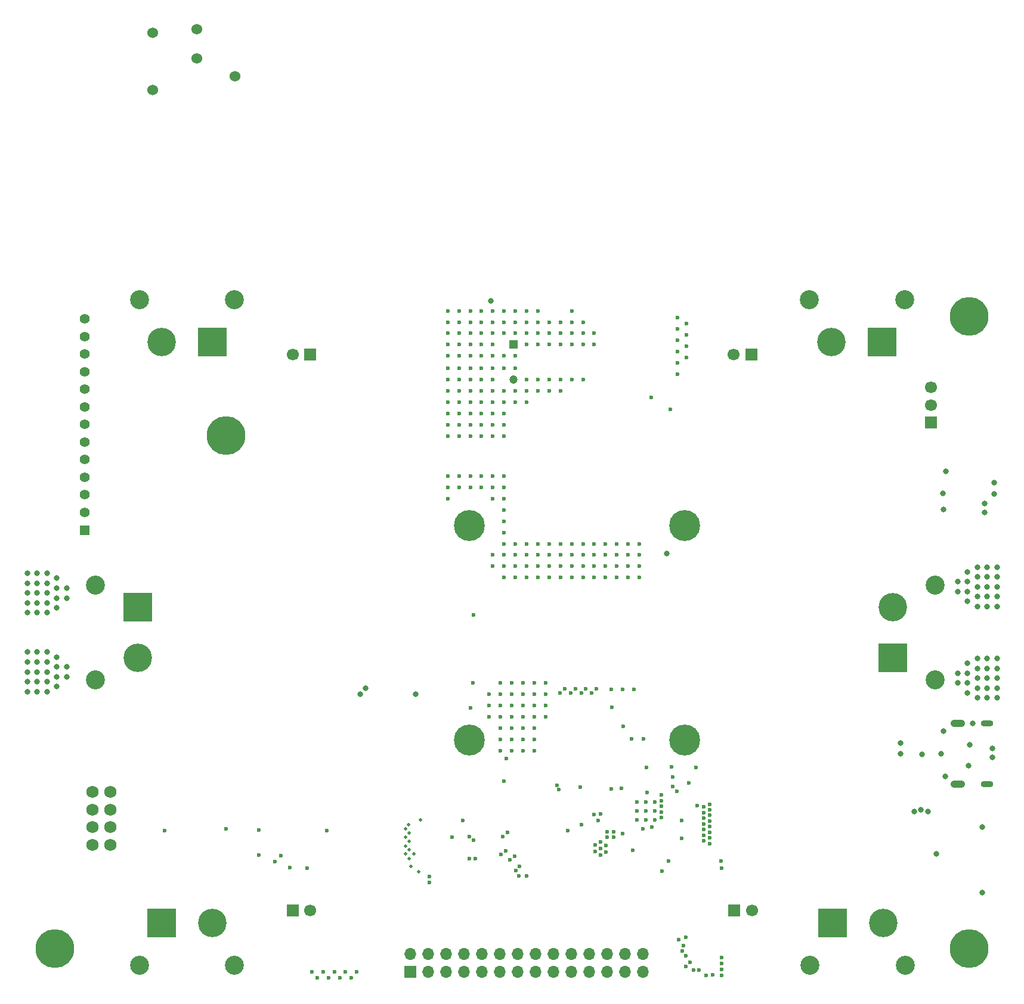
<source format=gbr>
%TF.GenerationSoftware,KiCad,Pcbnew,7.0.10*%
%TF.CreationDate,2025-04-22T22:54:08-04:00*%
%TF.ProjectId,bms-board,626d732d-626f-4617-9264-2e6b69636164,rev?*%
%TF.SameCoordinates,Original*%
%TF.FileFunction,Copper,L4,Inr*%
%TF.FilePolarity,Positive*%
%FSLAX46Y46*%
G04 Gerber Fmt 4.6, Leading zero omitted, Abs format (unit mm)*
G04 Created by KiCad (PCBNEW 7.0.10) date 2025-04-22 22:54:08*
%MOMM*%
%LPD*%
G01*
G04 APERTURE LIST*
%TA.AperFunction,ComponentPad*%
%ADD10C,5.500000*%
%TD*%
%TA.AperFunction,ComponentPad*%
%ADD11C,1.530000*%
%TD*%
%TA.AperFunction,ComponentPad*%
%ADD12R,1.700000X1.700000*%
%TD*%
%TA.AperFunction,ComponentPad*%
%ADD13O,1.700000X1.700000*%
%TD*%
%TA.AperFunction,ComponentPad*%
%ADD14C,0.600000*%
%TD*%
%TA.AperFunction,ComponentPad*%
%ADD15C,4.400000*%
%TD*%
%TA.AperFunction,ComponentPad*%
%ADD16C,0.800000*%
%TD*%
%TA.AperFunction,ComponentPad*%
%ADD17R,4.050000X4.050000*%
%TD*%
%TA.AperFunction,ComponentPad*%
%ADD18C,4.050000*%
%TD*%
%TA.AperFunction,ComponentPad*%
%ADD19C,2.700000*%
%TD*%
%TA.AperFunction,ComponentPad*%
%ADD20R,1.400000X1.400000*%
%TD*%
%TA.AperFunction,ComponentPad*%
%ADD21C,1.400000*%
%TD*%
%TA.AperFunction,ComponentPad*%
%ADD22C,1.700000*%
%TD*%
%TA.AperFunction,ComponentPad*%
%ADD23R,1.200000X1.200000*%
%TD*%
%TA.AperFunction,ComponentPad*%
%ADD24C,1.200000*%
%TD*%
%TA.AperFunction,ComponentPad*%
%ADD25C,1.752600*%
%TD*%
%TA.AperFunction,ComponentPad*%
%ADD26O,2.100000X1.050000*%
%TD*%
%TA.AperFunction,ComponentPad*%
%ADD27O,1.800000X0.900000*%
%TD*%
%TA.AperFunction,ViaPad*%
%ADD28C,0.600000*%
%TD*%
%TA.AperFunction,ViaPad*%
%ADD29C,0.800000*%
%TD*%
%TA.AperFunction,ViaPad*%
%ADD30C,0.500000*%
%TD*%
G04 APERTURE END LIST*
D10*
%TO.N,GND*%
%TO.C,H4*%
X164900000Y-124900000D03*
%TD*%
D11*
%TO.N,GND*%
%TO.C,TP17*%
X60700000Y-980000D03*
%TD*%
D12*
%TO.N,+5V*%
%TO.C,J4*%
X85560000Y-128200000D03*
D13*
%TO.N,+3V3*%
X85560000Y-125660000D03*
%TO.N,+5V*%
X88100000Y-128200000D03*
%TO.N,+3V3*%
X88100000Y-125660000D03*
%TO.N,GND*%
X90640000Y-128200000D03*
X90640000Y-125660000D03*
%TO.N,/Microcontroller/GPIO12*%
X93180000Y-128200000D03*
%TO.N,/Microcontroller/GPIO13*%
X93180000Y-125660000D03*
%TO.N,/Microcontroller/GPIO14*%
X95720000Y-128200000D03*
%TO.N,/Microcontroller/GPIO15*%
X95720000Y-125660000D03*
%TO.N,/Microcontroller/SWCLK*%
X98260000Y-128200000D03*
%TO.N,/Microcontroller/SWD*%
X98260000Y-125660000D03*
%TO.N,/Microcontroller/GPIO16*%
X100800000Y-128200000D03*
%TO.N,/Microcontroller/GPIO17*%
X100800000Y-125660000D03*
%TO.N,GND*%
X103340000Y-128200000D03*
X103340000Y-125660000D03*
%TO.N,/Microcontroller/GPIO18*%
X105880000Y-128200000D03*
%TO.N,/Microcontroller/GPIO19*%
X105880000Y-125660000D03*
%TO.N,/Microcontroller/GPIO20*%
X108420000Y-128200000D03*
%TO.N,/Microcontroller/GPIO21*%
X108420000Y-125660000D03*
%TO.N,/Microcontroller/GPIO22*%
X110960000Y-128200000D03*
%TO.N,/Microcontroller/GPIO23*%
X110960000Y-125660000D03*
%TO.N,/Microcontroller/GPIO24*%
X113500000Y-128200000D03*
%TO.N,/Microcontroller/GPIO25*%
X113500000Y-125660000D03*
%TO.N,/Microcontroller/GPIO26_ADC0*%
X116040000Y-128200000D03*
%TO.N,GND*%
X116040000Y-125660000D03*
X118580000Y-128200000D03*
X118580000Y-125660000D03*
%TD*%
D11*
%TO.N,GND*%
%TO.C,TP5*%
X55300000Y5700000D03*
%TD*%
D10*
%TO.N,GND*%
%TO.C,H1*%
X59400000Y-52000000D03*
%TD*%
%TO.N,GND*%
%TO.C,H2*%
X164900000Y-35100000D03*
%TD*%
%TO.N,GND*%
%TO.C,H3*%
X35100000Y-124900000D03*
%TD*%
D11*
%TO.N,GND*%
%TO.C,TP6*%
X49010000Y-2948700D03*
%TD*%
D14*
%TO.N,GND*%
%TO.C,U6*%
X117762500Y-104087500D03*
X117762500Y-105362500D03*
X117762500Y-106637500D03*
X119037500Y-104087500D03*
X119037500Y-105362500D03*
X119037500Y-106637500D03*
X120312500Y-104087500D03*
X120312500Y-105362500D03*
X120312500Y-106637500D03*
%TD*%
D11*
%TO.N,GND*%
%TO.C,TP7*%
X49010000Y5231300D03*
%TD*%
%TO.N,/Battery Stack Monitor/-BATT*%
%TO.C,TP2*%
X55300000Y1610000D03*
%TD*%
D15*
%TO.N,*%
%TO.C,MP3*%
X94000000Y-95300000D03*
%TD*%
D16*
%TO.N,/Battery Stack Monitor/-BATT*%
%TO.C,J6*%
X34000000Y-71600000D03*
X32600000Y-71600000D03*
X31200000Y-71600000D03*
X35400000Y-72300000D03*
X34000000Y-73000000D03*
X32600000Y-73000000D03*
X31200000Y-73000000D03*
X36800000Y-73700000D03*
X35400000Y-73700000D03*
X34000000Y-74400000D03*
X32600000Y-74400000D03*
X31200000Y-74400000D03*
X36800000Y-75100000D03*
X35400000Y-75100000D03*
X34000000Y-75800000D03*
X32600000Y-75800000D03*
X31200000Y-75800000D03*
D17*
X46900000Y-76400000D03*
D16*
X35400000Y-76500000D03*
X34000000Y-77200000D03*
X32600000Y-77200000D03*
X31200000Y-77200000D03*
%TO.N,+BATT*%
X34000000Y-82800000D03*
X32600000Y-82800000D03*
X31200000Y-82800000D03*
X35400000Y-83500000D03*
D18*
X46900000Y-83600000D03*
D16*
X34000000Y-84200000D03*
X32600000Y-84200000D03*
X31200000Y-84200000D03*
X36800000Y-84900000D03*
X35400000Y-84900000D03*
X34000000Y-85600000D03*
X32600000Y-85600000D03*
X31200000Y-85600000D03*
X36800000Y-86300000D03*
X35400000Y-86300000D03*
X34000000Y-87000000D03*
X32600000Y-87000000D03*
X31200000Y-87000000D03*
X35400000Y-87700000D03*
X34000000Y-88400000D03*
X32600000Y-88400000D03*
X31200000Y-88400000D03*
D19*
%TO.N,unconnected-(J6-Pad3)*%
X40900000Y-86750000D03*
%TO.N,unconnected-(J6-Pad4)*%
X40900000Y-73250000D03*
%TD*%
D17*
%TO.N,+BATT*%
%TO.C,J9*%
X145500000Y-121257500D03*
D18*
%TO.N,GND*%
X152700000Y-121257500D03*
D19*
%TO.N,unconnected-(J9-MH1-Pad3)*%
X142350000Y-127257500D03*
%TO.N,unconnected-(J9-MH2-Pad4)*%
X155850000Y-127257500D03*
%TD*%
D20*
%TO.N,GND*%
%TO.C,J1*%
X39400000Y-65447762D03*
D21*
%TO.N,Net-(Q2-E)*%
X39400000Y-62947762D03*
%TO.N,Net-(Q3-E)*%
X39400000Y-60447762D03*
%TO.N,Net-(Q4-E)*%
X39400000Y-57947762D03*
%TO.N,Net-(Q5-E)*%
X39400000Y-55447762D03*
%TO.N,Net-(Q6-E)*%
X39400000Y-52947762D03*
%TO.N,Net-(Q7-E)*%
X39400000Y-50447762D03*
%TO.N,Net-(Q8-E)*%
X39400000Y-47947762D03*
%TO.N,Net-(Q9-E)*%
X39400000Y-45447762D03*
%TO.N,Net-(Q10-E)*%
X39400000Y-42947762D03*
%TO.N,Net-(Q11-E)*%
X39400000Y-40447762D03*
%TO.N,Net-(Q12-E)*%
X39400000Y-37947762D03*
%TO.N,Net-(J1-Pad13)*%
X39400000Y-35447762D03*
%TD*%
D15*
%TO.N,*%
%TO.C,MP4*%
X124500000Y-95300000D03*
%TD*%
D12*
%TO.N,+5V*%
%TO.C,J10*%
X159520000Y-50200000D03*
D22*
%TO.N,/External Connections and Sensing/RGB_DOUT*%
X159520000Y-47700000D03*
%TO.N,GND*%
X159520000Y-45200000D03*
%TD*%
D23*
%TO.N,+BATT*%
%TO.C,C28*%
X100200000Y-39108400D03*
D24*
%TO.N,GND*%
X100200000Y-44108400D03*
%TD*%
D25*
%TO.N,/Battery Stack Monitor/THERM1*%
%TO.C,J2*%
X42958098Y-102683400D03*
%TO.N,/Battery Stack Monitor/THERM2*%
X42958098Y-105183400D03*
%TO.N,/Battery Stack Monitor/THERM3*%
X42958098Y-107683400D03*
%TO.N,/Battery Stack Monitor/THERM4*%
X42958098Y-110183400D03*
%TO.N,/Battery Stack Monitor/THERM5*%
X40458098Y-102683400D03*
%TO.N,/Battery Stack Monitor/THERM6*%
X40458098Y-105183400D03*
%TO.N,GND*%
X40458098Y-107683400D03*
X40458098Y-110183400D03*
%TD*%
D12*
%TO.N,+5V*%
%TO.C,J15*%
X68900000Y-119520000D03*
D22*
%TO.N,GND*%
X71400000Y-119520000D03*
%TD*%
D15*
%TO.N,*%
%TO.C,MP2*%
X124500000Y-64800000D03*
%TD*%
D12*
%TO.N,+5V*%
%TO.C,J13*%
X71400000Y-40480000D03*
D22*
%TO.N,GND*%
X68900000Y-40480000D03*
%TD*%
D15*
%TO.N,*%
%TO.C,MP1*%
X94000000Y-64800000D03*
%TD*%
D26*
%TO.N,GND*%
%TO.C,J3*%
X163320000Y-92900000D03*
X163320000Y-101540000D03*
D27*
X167500000Y-92900000D03*
X167500000Y-101540000D03*
%TD*%
D17*
%TO.N,+BATT*%
%TO.C,J7*%
X152600000Y-38720000D03*
D18*
%TO.N,GND*%
X145400000Y-38720000D03*
D19*
%TO.N,unconnected-(J7-MH1-Pad3)*%
X155750000Y-32720000D03*
%TO.N,unconnected-(J7-MH2-Pad4)*%
X142250000Y-32720000D03*
%TD*%
D17*
%TO.N,+BATT*%
%TO.C,J5*%
X57500000Y-38700000D03*
D18*
%TO.N,GND*%
X50300000Y-38700000D03*
D19*
%TO.N,unconnected-(J5-MH1-Pad3)*%
X60650000Y-32700000D03*
%TO.N,unconnected-(J5-MH2-Pad4)*%
X47150000Y-32700000D03*
%TD*%
D12*
%TO.N,+5V*%
%TO.C,J16*%
X131600000Y-119540000D03*
D22*
%TO.N,GND*%
X134100000Y-119540000D03*
%TD*%
D12*
%TO.N,+5V*%
%TO.C,J14*%
X134000000Y-40500000D03*
D22*
%TO.N,GND*%
X131500000Y-40500000D03*
%TD*%
D16*
%TO.N,+BATT*%
%TO.C,J11*%
X166100000Y-89300000D03*
X167500000Y-89300000D03*
X168900000Y-89300000D03*
X164700000Y-88600000D03*
X166100000Y-87900000D03*
X167500000Y-87900000D03*
X168900000Y-87900000D03*
X163300000Y-87200000D03*
X164700000Y-87200000D03*
X166100000Y-86500000D03*
X167500000Y-86500000D03*
X168900000Y-86500000D03*
X163300000Y-85800000D03*
X164700000Y-85800000D03*
X166100000Y-85100000D03*
X167500000Y-85100000D03*
X168900000Y-85100000D03*
X164700000Y-84400000D03*
X166100000Y-83700000D03*
X167500000Y-83700000D03*
X168900000Y-83700000D03*
D17*
X154100000Y-83600000D03*
D18*
%TO.N,GND*%
X154100000Y-76400000D03*
D16*
X166100000Y-76300000D03*
X167500000Y-76300000D03*
X168900000Y-76300000D03*
X164700000Y-75600000D03*
X166100000Y-74900000D03*
X167500000Y-74900000D03*
X168900000Y-74900000D03*
X163300000Y-74200000D03*
X164700000Y-74200000D03*
X166100000Y-73500000D03*
X167500000Y-73500000D03*
X168900000Y-73500000D03*
X163300000Y-72800000D03*
X164700000Y-72800000D03*
X166100000Y-72100000D03*
X167500000Y-72100000D03*
X168900000Y-72100000D03*
X164700000Y-71400000D03*
X166100000Y-70700000D03*
X167500000Y-70700000D03*
X168900000Y-70700000D03*
D19*
%TO.N,unconnected-(J11-MH1-Pad3)*%
X160100000Y-86750000D03*
%TO.N,unconnected-(J11-MH2-Pad4)*%
X160100000Y-73250000D03*
%TD*%
D17*
%TO.N,+BATT*%
%TO.C,J8*%
X50300000Y-121300000D03*
D18*
%TO.N,GND*%
X57500000Y-121300000D03*
D19*
%TO.N,unconnected-(J8-MH1-Pad3)*%
X47150000Y-127300000D03*
%TO.N,unconnected-(J8-MH2-Pad4)*%
X60650000Y-127300000D03*
%TD*%
D28*
%TO.N,GND*%
X99200000Y-97900000D03*
X98900000Y-101100000D03*
X67200000Y-111700000D03*
X64100000Y-111600000D03*
X66400000Y-112600000D03*
X68500000Y-113400000D03*
X70900000Y-113500000D03*
X73700000Y-108200000D03*
X50700000Y-108200000D03*
X59400000Y-107900000D03*
X64100000Y-108100000D03*
D29*
%TO.N,/Microcontroller/USB_D-*%
X155200000Y-95700000D03*
%TO.N,/Microcontroller/USB_D+*%
X155200000Y-97200000D03*
D28*
%TO.N,+3V3*%
X117300000Y-88100000D03*
X115700000Y-88100000D03*
X114100000Y-88100000D03*
D29*
%TO.N,GND*%
X168210000Y-96470000D03*
D28*
X109850000Y-88565687D03*
D29*
X97000000Y-32850000D03*
D28*
X93000000Y-106736336D03*
X100500000Y-45700000D03*
X92500000Y-42500000D03*
X121325735Y-113874265D03*
X124800000Y-37700000D03*
X94100000Y-45700000D03*
D29*
X168500000Y-60300000D03*
D28*
X129801073Y-113532797D03*
X123500000Y-36900000D03*
D29*
X160249999Y-111489999D03*
D28*
X124800000Y-36100000D03*
D29*
X166800000Y-116940000D03*
D28*
X98714003Y-109025000D03*
X90900000Y-45700000D03*
X103700000Y-45700000D03*
X124800000Y-40900000D03*
X124100000Y-109300000D03*
X125144247Y-101365565D03*
X94100000Y-48900000D03*
X95700000Y-48900000D03*
X94600000Y-77500000D03*
X122658379Y-99073895D03*
X129770604Y-128700000D03*
D30*
X84900000Y-109125000D03*
D28*
X92500000Y-50500000D03*
X91500000Y-109075000D03*
D29*
X160950000Y-97220000D03*
D28*
X98900000Y-52100000D03*
X88300000Y-115500000D03*
X124800000Y-39300000D03*
X129800000Y-126202938D03*
X92500000Y-52100000D03*
D29*
X167100000Y-61700000D03*
D28*
X94500000Y-87200000D03*
X95700000Y-52100000D03*
X123500000Y-43300000D03*
D30*
X84900000Y-110325000D03*
D28*
X123500000Y-38500000D03*
X94100000Y-50500000D03*
X95700000Y-45700000D03*
X113490578Y-109123558D03*
X117000000Y-95100000D03*
X109700000Y-102000000D03*
X94100000Y-90700000D03*
X98900000Y-47300000D03*
X128494945Y-128653585D03*
X124700000Y-123300000D03*
D30*
X84900000Y-107925000D03*
D28*
X92500000Y-44100000D03*
X97300000Y-50500000D03*
X97300000Y-45700000D03*
X124201610Y-125274211D03*
X106900000Y-44100000D03*
X90900000Y-44100000D03*
X114500000Y-109100003D03*
X102100000Y-44100000D03*
X115700000Y-108600000D03*
X126575360Y-128000304D03*
X97300000Y-42500000D03*
X102100000Y-47300000D03*
D30*
X86800000Y-114000000D03*
D29*
X161310000Y-94020000D03*
X79276753Y-87933886D03*
D28*
X92500000Y-48900000D03*
X115591841Y-102162500D03*
X111330000Y-88585687D03*
X94824266Y-112124263D03*
X92500000Y-45700000D03*
X97300000Y-52100000D03*
X97300000Y-47300000D03*
X105300000Y-45700000D03*
X102100000Y-45700000D03*
D29*
X122000000Y-68800000D03*
X168210000Y-97740000D03*
X161200000Y-60200000D03*
X167100000Y-62950000D03*
D28*
X95700000Y-42500000D03*
X126167028Y-99200000D03*
X106900000Y-45700000D03*
X94100000Y-44100000D03*
X123500000Y-35300000D03*
X100534313Y-113825000D03*
X111700000Y-105900000D03*
X107900000Y-108200000D03*
X94100000Y-42500000D03*
X124734313Y-127500000D03*
X97300000Y-44100000D03*
X88299999Y-114700000D03*
X95700000Y-50500000D03*
X92500000Y-47300000D03*
X98900000Y-50500000D03*
D30*
X84900000Y-111475000D03*
D28*
X115851000Y-93349000D03*
X100500000Y-47300000D03*
X99759998Y-112280002D03*
X117175630Y-110975630D03*
X98900000Y-48900000D03*
X98475303Y-111525000D03*
X95700000Y-44100000D03*
X126300000Y-104562500D03*
D30*
X87000000Y-106602216D03*
D28*
X90900000Y-42500000D03*
X94100000Y-47300000D03*
D29*
X161529998Y-100440000D03*
D28*
X94100000Y-52100000D03*
X90900000Y-50500000D03*
X108350000Y-88565687D03*
X110100000Y-44100000D03*
D29*
X168500000Y-58700000D03*
D28*
X103700000Y-44100000D03*
D29*
X166800000Y-107640000D03*
D28*
X90900000Y-48900000D03*
X123500000Y-40100000D03*
X90900000Y-52100000D03*
X118700000Y-95100000D03*
X94555460Y-109547897D03*
X105300000Y-44100000D03*
X98900000Y-42500000D03*
D29*
X165410000Y-92940000D03*
D28*
X108500000Y-44100000D03*
D30*
X86100000Y-111500000D03*
D28*
X106850000Y-88565687D03*
X90900000Y-47300000D03*
X95700000Y-47300000D03*
X98900000Y-45700000D03*
X100500000Y-42500000D03*
X123500000Y-41700000D03*
X97300000Y-48900000D03*
%TO.N,+3V3*%
X123412238Y-102562500D03*
X121200000Y-104700000D03*
X118633680Y-107881712D03*
X124113130Y-106686870D03*
X127250000Y-104800000D03*
X114200000Y-90600000D03*
X127250000Y-106400000D03*
X127250000Y-108800000D03*
X121200000Y-105500000D03*
X128050000Y-104400000D03*
X122800000Y-100500000D03*
X111800000Y-111100000D03*
X128050000Y-107600000D03*
X128050000Y-106000000D03*
X127250000Y-107200000D03*
X112600000Y-110700000D03*
X112600000Y-109800000D03*
X122800000Y-101900000D03*
X111800000Y-110200000D03*
X114100000Y-102200000D03*
X128050000Y-105200000D03*
X113400000Y-110300000D03*
X106700000Y-102350000D03*
X121200000Y-103900000D03*
X109900000Y-107300000D03*
X128050000Y-110000000D03*
X121200000Y-106300000D03*
X112600000Y-111600000D03*
X128050000Y-106800000D03*
X127250000Y-105600000D03*
X119230446Y-102743282D03*
X127250000Y-108000000D03*
X121200000Y-103100000D03*
X119124265Y-99175735D03*
X106400000Y-101700000D03*
X128050000Y-108400000D03*
X128050000Y-109200000D03*
X127250000Y-109600000D03*
X113400000Y-111200000D03*
%TO.N,+1V1*%
X119900000Y-107650000D03*
%TO.N,+BATT*%
X102100000Y-34300000D03*
X76400000Y-128200000D03*
X105300000Y-37500000D03*
X103700000Y-39100000D03*
X95700000Y-40700000D03*
X105300000Y-35900000D03*
X94100000Y-40700000D03*
X95700000Y-35900000D03*
X100500000Y-40700000D03*
X75600000Y-129100000D03*
X73200000Y-128200000D03*
X102100000Y-35900000D03*
X106900000Y-37500000D03*
X98900000Y-34300000D03*
X92500000Y-40700000D03*
X92500000Y-34300000D03*
X108500000Y-35900000D03*
X110100000Y-35900000D03*
X97300000Y-40700000D03*
X94100000Y-34300000D03*
X106900000Y-35900000D03*
X90900000Y-35900000D03*
X98900000Y-35900000D03*
X97300000Y-39100000D03*
X94100000Y-39100000D03*
X100500000Y-37500000D03*
X72400000Y-129100000D03*
X71600000Y-128200000D03*
X103700000Y-34300000D03*
X98900000Y-37500000D03*
X97300000Y-35900000D03*
X92500000Y-39100000D03*
X106900000Y-39100000D03*
X108500000Y-37500000D03*
X100500000Y-34300000D03*
X111700000Y-37500000D03*
X95700000Y-37500000D03*
X94100000Y-37500000D03*
X95700000Y-34300000D03*
X108500000Y-39100000D03*
X90900000Y-34300000D03*
X105300000Y-39100000D03*
X103700000Y-35900000D03*
X103700000Y-37500000D03*
X108500000Y-34300000D03*
X92500000Y-37500000D03*
X90900000Y-39100000D03*
X111700000Y-39100000D03*
X90900000Y-37500000D03*
X95700000Y-39100000D03*
X74800000Y-128200000D03*
X110100000Y-39100000D03*
X74000000Y-129100000D03*
X110100000Y-37500000D03*
X78000000Y-128200000D03*
X97300000Y-34300000D03*
X77200000Y-129100000D03*
X100500000Y-35900000D03*
X98900000Y-40700000D03*
X94100000Y-35900000D03*
X92500000Y-35900000D03*
X97300000Y-37500000D03*
X102100000Y-39100000D03*
X90900000Y-40700000D03*
X102100000Y-37500000D03*
%TO.N,+5V*%
X103200000Y-88800000D03*
X98400000Y-90400000D03*
X98900000Y-67400000D03*
X111700000Y-67400000D03*
X101600000Y-92000000D03*
X97300000Y-61000000D03*
X100000000Y-95200000D03*
X103200000Y-95200000D03*
X104800000Y-92000000D03*
X108500000Y-67400000D03*
D29*
X86325000Y-88800000D03*
D28*
X105300000Y-67400000D03*
X111700000Y-69000000D03*
X101600000Y-93600000D03*
X114900000Y-67400000D03*
X106900000Y-72200000D03*
X103200000Y-87200000D03*
X103200000Y-93600000D03*
X94100000Y-59400000D03*
X118100000Y-72200000D03*
X103200000Y-92000000D03*
X103200000Y-90400000D03*
X114900000Y-70600000D03*
X94100000Y-57800000D03*
X106900000Y-69000000D03*
X100500000Y-69000000D03*
X98900000Y-61000000D03*
X108500000Y-72200000D03*
X105300000Y-70600000D03*
X101600000Y-87200000D03*
X97300000Y-59400000D03*
X102100000Y-70600000D03*
X100500000Y-72200000D03*
X113300000Y-67400000D03*
X110100000Y-70600000D03*
X113300000Y-72200000D03*
X103700000Y-69000000D03*
X114900000Y-72200000D03*
X100000000Y-88800000D03*
X98900000Y-70600000D03*
X116500000Y-70600000D03*
X100500000Y-67400000D03*
X113300000Y-69000000D03*
X118100000Y-69000000D03*
X90900000Y-57800000D03*
X105300000Y-72200000D03*
X100000000Y-93600000D03*
X100000000Y-90400000D03*
X118100000Y-67400000D03*
X103700000Y-72200000D03*
X97300000Y-69000000D03*
X100000000Y-92000000D03*
X92500000Y-57800000D03*
X106900000Y-67400000D03*
X98900000Y-69000000D03*
X104800000Y-87200000D03*
X100500000Y-70600000D03*
X100000000Y-96800000D03*
X100000000Y-87200000D03*
X101600000Y-88800000D03*
X105300000Y-69000000D03*
X96800000Y-88800000D03*
X95700000Y-59400000D03*
X95700000Y-57800000D03*
X103700000Y-70600000D03*
X96800000Y-90400000D03*
X113300000Y-70600000D03*
X98900000Y-62600000D03*
X111700000Y-70600000D03*
X103200000Y-96800000D03*
X98900000Y-59400000D03*
X98400000Y-87200000D03*
X103700000Y-67400000D03*
X104800000Y-88800000D03*
X98400000Y-93600000D03*
X108500000Y-70600000D03*
X98400000Y-92000000D03*
X110100000Y-69000000D03*
X97300000Y-57800000D03*
X98400000Y-95200000D03*
X110100000Y-67400000D03*
X97300000Y-70600000D03*
X102100000Y-72200000D03*
X102100000Y-69000000D03*
X98900000Y-64200000D03*
X98900000Y-65800000D03*
D29*
X158100458Y-105179139D03*
D28*
X106900000Y-70600000D03*
X101600000Y-96800000D03*
X111700000Y-72200000D03*
X114900000Y-69000000D03*
X116500000Y-72200000D03*
X110100000Y-72200000D03*
X96800000Y-92000000D03*
D29*
X78455319Y-88755319D03*
D28*
X108500000Y-69000000D03*
X90900000Y-61000000D03*
X118100000Y-70600000D03*
X90900000Y-59400000D03*
X116500000Y-69000000D03*
X116500000Y-67400000D03*
X104800000Y-90400000D03*
X98900000Y-57800000D03*
X98900000Y-72200000D03*
X102100000Y-67400000D03*
X98400000Y-96800000D03*
X98400000Y-88800000D03*
X92500000Y-59400000D03*
X101600000Y-90400000D03*
X101600000Y-95200000D03*
D29*
%TO.N,/Microcontroller/VBUS*%
X158200000Y-97340000D03*
D28*
%TO.N,/Battery Stack Monitor/SPI_TX*%
X93950000Y-109025000D03*
D30*
X85400000Y-109700000D03*
D28*
%TO.N,/Battery Stack Monitor/SPI_CS*%
X94000000Y-112100000D03*
D30*
X85400000Y-112100000D03*
D28*
%TO.N,/Battery Stack Monitor/SPI_SCLK*%
X99400000Y-108400000D03*
D30*
X85400000Y-108500000D03*
D29*
%TO.N,Net-(J3-CC1_A)*%
X165000000Y-95940000D03*
D30*
%TO.N,/Battery Stack Monitor/SPI_RX*%
X85400000Y-110900000D03*
D28*
X99100000Y-111000000D03*
D29*
%TO.N,Net-(U7-VOUT)*%
X161600000Y-57132998D03*
D30*
%TO.N,/Battery Stack Monitor/ALERT*%
X85349993Y-107325000D03*
D28*
X100400000Y-111800000D03*
D29*
%TO.N,Net-(J3-CC1_B)*%
X164810000Y-98940000D03*
D30*
%TO.N,/Battery Stack Monitor/RST_SHUT*%
X85700000Y-113200000D03*
D28*
X101100000Y-113200000D03*
%TO.N,/External Connections and Sensing/RGB_DIN*%
X112600000Y-105762500D03*
X109000000Y-88000000D03*
%TO.N,/Microcontroller/GPIO25*%
X125775735Y-127975735D03*
%TO.N,/Microcontroller/GPIO24*%
X125300000Y-126900000D03*
%TO.N,/Microcontroller/GPIO23*%
X124700000Y-125900000D03*
%TO.N,/Microcontroller/GPIO22*%
X124400000Y-124500000D03*
%TO.N,/Microcontroller/GPIO21*%
X123724265Y-123675735D03*
%TO.N,/Microcontroller/RUN*%
X129706134Y-112512089D03*
X122207108Y-112492892D03*
D29*
%TO.N,/External Connections and Sensing/PIX_CLK*%
X159056409Y-105472674D03*
D28*
X129800000Y-127002941D03*
X102100000Y-114600000D03*
D29*
%TO.N,/External Connections and Sensing/PIX_DAT*%
X157149999Y-105489999D03*
D28*
X129772872Y-127900000D03*
X101000000Y-114556494D03*
%TO.N,/External Connections and Sensing/DAC_DAT*%
X110500000Y-88000000D03*
X113524265Y-108324265D03*
%TO.N,/External Connections and Sensing/DAC_CLK*%
X111980000Y-88020000D03*
X114500000Y-108300000D03*
%TO.N,/5V Regulator/PGOOD*%
X107500000Y-88000000D03*
X112225735Y-106725735D03*
%TO.N,Net-(U3-ULTRASONIC)*%
X119795558Y-46579442D03*
X122524251Y-48311235D03*
D29*
%TO.N,Net-(CR3-Pad4)*%
X161300000Y-62500000D03*
D28*
%TO.N,/Microcontroller/GPIO26_ADC0*%
X127600000Y-128700000D03*
%TD*%
M02*

</source>
